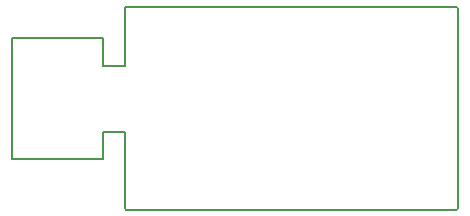
<source format=gko>
G04*
G04 #@! TF.GenerationSoftware,Altium Limited,Altium Designer,19.1.5 (86)*
G04*
G04 Layer_Color=16711935*
%FSAX25Y25*%
%MOIN*%
G70*
G01*
G75*
%ADD12C,0.00787*%
D12*
X0219811Y0183622D02*
G03*
X0219417Y0184016I-0000394J0000000D01*
G01*
X0219811Y0183622D02*
G03*
X0219417Y0184016I-0000394J0000000D01*
G01*
X0219417Y0116299D02*
G03*
X0219811Y0116693I0000000J0000394D01*
G01*
X0219417Y0116299D02*
G03*
X0219811Y0116693I0000000J0000394D01*
G01*
X0108787Y0116693D02*
G03*
X0109181Y0116299I0000394J0000000D01*
G01*
X0108787Y0116693D02*
G03*
X0109181Y0116299I0000394J0000000D01*
G01*
X0109181Y0184016D02*
G03*
X0108787Y0183622I0000000J-0000394D01*
G01*
X0109181Y0184016D02*
G03*
X0108787Y0183622I0000000J-0000394D01*
G01*
X0109181Y0184016D02*
X0219417Y0184016D01*
X0108787Y0164331D02*
X0108787Y0166693D01*
X0219811Y0183622D02*
X0219811Y0116693D01*
X0109181Y0116299D02*
X0219417Y0116299D01*
X0108787Y0139528D02*
Y0142283D01*
Y0139528D02*
X0108787Y0116693D01*
X0108787Y0183622D02*
X0108787Y0166693D01*
X0101701Y0164331D02*
X0108787Y0164331D01*
X0071386Y0173386D02*
X0101701Y0173386D01*
X0101701Y0164331D02*
X0101701Y0173386D01*
X0101701Y0133228D02*
Y0142283D01*
X0108787Y0142283D01*
X0071386Y0133228D02*
Y0173386D01*
Y0133228D02*
X0101701Y0133228D01*
M02*

</source>
